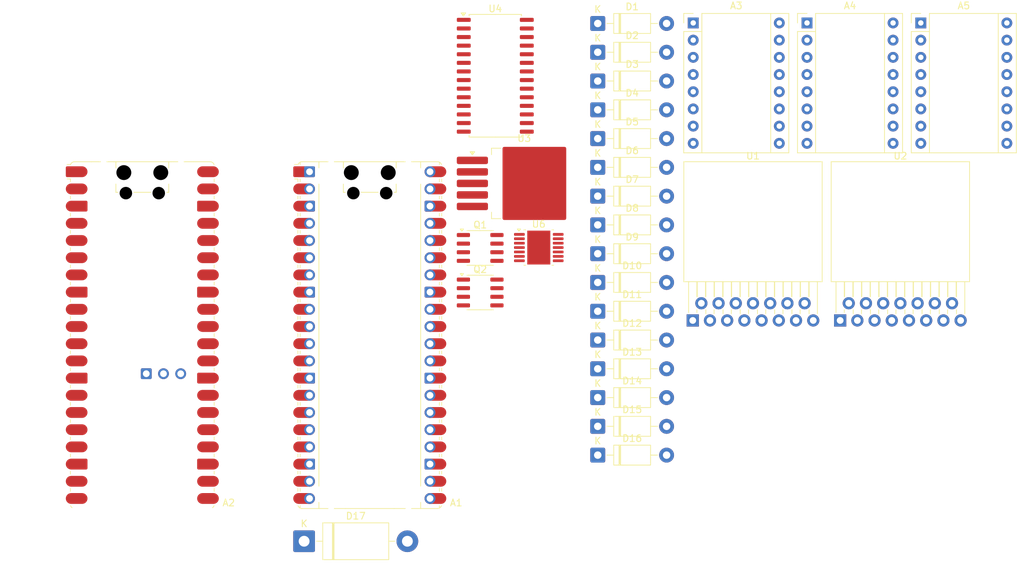
<source format=kicad_pcb>
(kicad_pcb (version 20241229) (generator "pcbnew") (generator_version "9.0")
  (layers (0 "F.Cu" signal) (2 "B.Cu" signal) (13 "F.Paste" user) (15 "B.Paste" user) (5 "F.SilkS" user "F.Silkscreen") (7 "B.SilkS" user "B.Silkscreen") (1 "F.Mask" user) (3 "B.Mask" user) (25 "Edge.Cuts" user))
  (net 0 "")
  (net 2 "Servo 2 PWM")
  (net 3 "Servo 4 PWM")
  (net 4 "Motor 1 Activation Pin")
  (net 5 "GNDPWR")
  (net 6 "Servo 3 PWM")
  (net 8 "I2C 0 SDA")
  (net 9 "I2C 0 SCL")
  (net 11 "Motor 3 Activation Pin")
  (net 13 "Motor 4 Activation Pin")
  (net 16 "Servo 1 PWM")
  (net 27 "Motor 2 Activation Pin")
  (net 32 "Servo 5 PWM")
  (net 33 "Servo 6 PWM")
  (net 34 "+5VL")
  (net 42 "I2C 1 SCL")
  (net 45 "I2C 1 SDA")
  (net 66 "Net-(A3-1A)")
  (net 70 "Stepper 0 Sleep")
  (net 72 "Stepper 0 Step")
  (net 73 "Net-(A3-2B)")
  (net 74 "+12V")
  (net 75 "Net-(A3-2A)")
  (net 76 "Net-(A3-1B)")
  (net 77 "Steppers Dir")
  (net 78 "Net-(A4-2A)")
  (net 79 "Net-(A4-2B)")
  (net 82 "Net-(A4-1B)")
  (net 84 "Stepper 1 Step")
  (net 85 "Stepper 1 Sleep")
  (net 87 "Net-(A4-1A)")
  (net 88 "Stepper 2 Step")
  (net 89 "Net-(A5-1B)")
  (net 90 "Net-(A5-1A)")
  (net 91 "Net-(A5-2B)")
  (net 93 "Stepper 2 Sleep")
  (net 95 "Net-(A5-2A)")
  (net 98 "Net-(D1-A)")
  (net 99 "Net-(D2-A)")
  (net 100 "Net-(D3-A)")
  (net 101 "Net-(D4-A)")
  (net 102 "Net-(D13-K)")
  (net 103 "Net-(D10-A)")
  (net 104 "Net-(D11-A)")
  (net 105 "Net-(D12-A)")
  (net 106 "Net-(D17-K)")
  (net 107 "Net-(U6-SW)")
  (net 108 "Net-(Q1-G)")
  (net 109 "Net-(Q2-G)")
  (net 110 "Motor 1 Direction Pin 2")
  (net 111 "Motor 2 Direction Pin 1")
  (net 112 "Motor 2 Direction Pin 2")
  (net 113 "Motor 1 Direction Pin 1")
  (net 114 "Motor 4 Direction Pin 1")
  (net 115 "Motor 3 Direction Pin 2")
  (net 116 "Motor 3 Direction Pin 1")
  (net 117 "Motor 4 Direction Pin 2")
  (net 122 "Net-(U6-ILIM)")
  (net 123 "Net-(U6-BST)")
  (net 124 "Net-(U6-RON)")
  (net 125 "Net-(U6-SS)")
  (net 126 "Net-(U6-FB)")
  (net 127 "Net-(U6-VCC)")
  (footprint "Diode_THT:D_DO-41_SOD81_P10.16mm_Horizontal" (layer "F.Cu") (at 128.45 64.39)
    (property "Reference" "D6" (at 5.08 -2.47 0) (layer "F.SilkS"))
    (property "Value" "1N4007")
    (fp_text user "K" (at 0 -2.1 0) (layer "F.SilkS"))
    (pad "1" thru_hole roundrect (at 0 0) (size 2.2 2.2) (drill 1.1) (layers "*.Cu" "*.Mask") (roundrect_rratio 0.113636) (net 99 "Net-(D2-A)"))
    (pad "2" thru_hole circle (at 10.16 0) (size 2.2 2.2) (drill 1.1) (layers "*.Cu" "*.Mask") (net 5 "GNDPWR"))
  )
  (footprint "Diode_THT:D_DO-41_SOD81_P10.16mm_Horizontal" (layer "F.Cu") (at 128.45 55.89)
    (property "Reference" "D4" (at 5.08 -2.47 0) (layer "F.SilkS"))
    (property "Value" "1N4007")
    (fp_text user "K" (at 0 -2.1 0) (layer "F.SilkS"))
    (pad "1" thru_hole roundrect (at 0 0) (size 2.2 2.2) (drill 1.1) (layers "*.Cu" "*.Mask") (roundrect_rratio 0.113636) (net 74 "+12V"))
    (pad "2" thru_hole circle (at 10.16 0) (size 2.2 2.2) (drill 1.1) (layers "*.Cu" "*.Mask") (net 101 "Net-(D4-A)"))
  )
  (footprint "Diode_THT:D_DO-41_SOD81_P10.16mm_Horizontal" (layer "F.Cu") (at 128.45 68.64)
    (property "Reference" "D7" (at 5.08 -2.47 0) (layer "F.SilkS"))
    (property "Value" "1N4007")
    (fp_text user "K" (at 0 -2.1 0) (layer "F.SilkS"))
    (pad "1" thru_hole roundrect (at 0 0) (size 2.2 2.2) (drill 1.1) (layers "*.Cu" "*.Mask") (roundrect_rratio 0.113636) (net 100 "Net-(D3-A)"))
    (pad "2" thru_hole circle (at 10.16 0) (size 2.2 2.2) (drill 1.1) (layers "*.Cu" "*.Mask") (net 5 "GNDPWR"))
  )
  (footprint "Diode_THT:D_DO-41_SOD81_P10.16mm_Horizontal" (layer "F.Cu") (at 128.45 43.14)
    (property "Reference" "D1" (at 5.08 -2.47 0) (layer "F.SilkS"))
    (property "Value" "1N4007")
    (fp_text user "K" (at 0 -2.1 0) (layer "F.SilkS"))
    (pad "1" thru_hole roundrect (at 0 0) (size 2.2 2.2) (drill 1.1) (layers "*.Cu" "*.Mask") (roundrect_rratio 0.113636) (net 74 "+12V"))
    (pad "2" thru_hole circle (at 10.16 0) (size 2.2 2.2) (drill 1.1) (layers "*.Cu" "*.Mask") (net 98 "Net-(D1-A)"))
  )
  (footprint "Diode_THT:D_DO-41_SOD81_P10.16mm_Horizontal" (layer "F.Cu") (at 128.45 77.14)
    (property "Reference" "D9" (at 5.08 -2.47 0) (layer "F.SilkS"))
    (property "Value" "1N4007")
    (fp_text user "K" (at 0 -2.1 0) (layer "F.SilkS"))
    (pad "1" thru_hole roundrect (at 0 0) (size 2.2 2.2) (drill 1.1) (layers "*.Cu" "*.Mask") (roundrect_rratio 0.113636) (net 74 "+12V"))
    (pad "2" thru_hole circle (at 10.16 0) (size 2.2 2.2) (drill 1.1) (layers "*.Cu" "*.Mask") (net 102 "Net-(D13-K)"))
  )
  (footprint "Diode_THT:D_DO-41_SOD81_P10.16mm_Horizontal" (layer "F.Cu") (at 128.45 47.39)
    (property "Reference" "D2" (at 5.08 -2.47 0) (layer "F.SilkS"))
    (property "Value" "1N4007")
    (fp_text user "K" (at 0 -2.1 0) (layer "F.SilkS"))
    (pad "1" thru_hole roundrect (at 0 0) (size 2.2 2.2) (drill 1.1) (layers "*.Cu" "*.Mask") (roundrect_rratio 0.113636) (net 74 "+12V"))
    (pad "2" thru_hole circle (at 10.16 0) (size 2.2 2.2) (drill 1.1) (layers "*.Cu" "*.Mask") (net 99 "Net-(D2-A)"))
  )
  (footprint "Package_SO:SOIC-28W_7.5x17.9mm_P1.27mm" (layer "F.Cu") (at 113.33 50.86)
    (property "Reference" "U4" (at 0 -9.9 0) (layer "F.SilkS"))
    (property "Value" "MCP23017_SO")
    (pad "1" smd roundrect (at -4.65 -8.255) (size 2.05 0.6) (layers "F.Cu" "F.Mask" "F.Paste") (net 113 "Motor 1 Direction Pin 1"))
    (pad "2" smd roundrect (at -4.65 -6.985) (size 2.05 0.6) (layers "F.Cu" "F.Mask" "F.Paste") (net 110 "Motor 1 Direction Pin 2"))
    (pad "3" smd roundrect (at -4.65 -5.715) (size 2.05 0.6) (layers "F.Cu" "F.Mask" "F.Paste") (net 111 "Motor 2 Direction Pin 1"))
    (pad "4" smd roundrect (at -4.65 -4.445) (size 2.05 0.6) (layers "F.Cu" "F.Mask" "F.Paste") (net 112 "Motor 2 Direction Pin 2"))
    (pad "5" smd roundrect (at -4.65 -3.175) (size 2.05 0.6) (layers "F.Cu" "F.Mask" "F.Paste") (net 116 "Motor 3 Direction Pin 1"))
    (pad "6" smd roundrect (at -4.65 -1.905) (size 2.05 0.6) (layers "F.Cu" "F.Mask" "F.Paste") (net 115 "Motor 3 Direction Pin 2"))
    (pad "7" smd roundrect (at -4.65 -0.635) (size 2.05 0.6) (layers "F.Cu" "F.Mask" "F.Paste") (net 114 "Motor 4 Direction Pin 1"))
    (pad "8" smd roundrect (at -4.65 0.635) (size 2.05 0.6) (layers "F.Cu" "F.Mask" "F.Paste") (net 117 "Motor 4 Direction Pin 2"))
    (pad "9" smd roundrect (at -4.65 1.905) (size 2.05 0.6) (layers "F.Cu" "F.Mask" "F.Paste") (net 34 "+5VL"))
    (pad "10" smd roundrect (at -4.65 3.175) (size 2.05 0.6) (layers "F.Cu" "F.Mask" "F.Paste") (net 5 "GNDPWR"))
    (pad "11" smd roundrect (at -4.65 4.445) (size 2.05 0.6) (layers "F.Cu" "F.Mask" "F.Paste"))
    (pad "12" smd roundrect (at -4.65 5.715) (size 2.05 0.6) (layers "F.Cu" "F.Mask" "F.Paste") (net 9 "I2C 0 SCL"))
    (pad "13" smd roundrect (at -4.65 6.985) (size 2.05 0.6) (layers "F.Cu" "F.Mask" "F.Paste") (net 8 "I2C 0 SDA"))
    (pad "14" smd roundrect (at -4.65 8.255) (size 2.05 0.6) (layers "F.Cu" "F.Mask" "F.Paste"))
    (pad "15" smd roundrect (at 4.65 8.255) (size 2.05 0.6) (layers "F.Cu" "F.Mask" "F.Paste") (net 5 "GNDPWR"))
    (pad "16" smd roundrect (at 4.65 6.985) (size 2.05 0.6) (layers "F.Cu" "F.Mask" "F.Paste") (net 5 "GNDPWR"))
    (pad "17" smd roundrect (at 4.65 5.715) (size 2.05 0.6) (layers "F.Cu" "F.Mask" "F.Paste") (net 5 "GNDPWR"))
    (pad "18" smd roundrect (at 4.65 4.445) (size 2.05 0.6) (layers "F.Cu" "F.Mask" "F.Paste") (net 34 "+5VL"))
    (pad "19" smd roundrect (at 4.65 3.175) (size 2.05 0.6) (layers "F.Cu" "F.Mask" "F.Paste"))
    (pad "20" smd roundrect (at 4.65 1.905) (size 2.05 0.6) (layers "F.Cu" "F.Mask" "F.Paste"))
    (pad "21" smd roundrect (at 4.65 0.635) (size 2.05 0.6) (layers "F.Cu" "F.Mask" "F.Paste") (net 77 "Steppers Dir"))
    (pad "22" smd roundrect (at 4.65 -0.635) (size 2.05 0.6) (layers "F.Cu" "F.Mask" "F.Paste") (net 70 "Stepper 0 Sleep"))
    (pad "23" smd roundrect (at 4.65 -1.905) (size 2.05 0.6) (layers "F.Cu" "F.Mask" "F.Paste") (net 72 "Stepper 0 Step"))
    (pad "24" smd roundrect (at 4.65 -3.175) (size 2.05 0.6) (layers "F.Cu" "F.Mask" "F.Paste") (net 85 "Stepper 1 Sleep"))
    (pad "25" smd roundrect (at 4.65 -4.445) (size 2.05 0.6) (layers "F.Cu" "F.Mask" "F.Paste") (net 84 "Stepper 1 Step"))
    (pad "26" smd roundrect (at 4.65 -5.715) (size 2.05 0.6) (layers "F.Cu" "F.Mask" "F.Paste") (net 93 "Stepper 2 Sleep"))
    (pad "27" smd roundrect (at 4.65 -6.985) (size 2.05 0.6) (layers "F.Cu" "F.Mask" "F.Paste") (net 88 "Stepper 2 Step"))
    (pad "28" smd roundrect (at 4.65 -8.255) (size 2.05 0.6) (layers "F.Cu" "F.Mask" "F.Paste"))
  )
  (footprint "Module:Pololu_Breakout-16_15.2x20.3mm" (layer "F.Cu") (at 142.54 43.06)
    (property "Reference" "A3" (at 6.35 -2.54 0) (layer "F.SilkS"))
    (property "Value" "Pololu_Breakout_A4988")
    (pad "1" thru_hole rect (at 0 0) (size 1.6 1.6) (drill 0.8) (layers "*.Cu" "*.Mask") (net 5 "GNDPWR"))
    (pad "2" thru_hole oval (at 0 2.54) (size 1.6 1.6) (drill 0.8) (layers "*.Cu" "*.Mask") (net 34 "+5VL"))
    (pad "3" thru_hole oval (at 0 5.08) (size 1.6 1.6) (drill 0.8) (layers "*.Cu" "*.Mask") (net 76 "Net-(A3-1B)"))
    (pad "4" thru_hole oval (at 0 7.62) (size 1.6 1.6) (drill 0.8) (layers "*.Cu" "*.Mask") (net 66 "Net-(A3-1A)"))
    (pad "5" thru_hole oval (at 0 10.16) (size 1.6 1.6) (drill 0.8) (layers "*.Cu" "*.Mask") (net 75 "Net-(A3-2A)"))
    (pad "6" thru_hole oval (at 0 12.7) (size 1.6 1.6) (drill 0.8) (layers "*.Cu" "*.Mask") (net 73 "Net-(A3-2B)"))
    (pad "7" thru_hole oval (at 0 15.24) (size 1.6 1.6) (drill 0.8) (layers "*.Cu" "*.Mask") (net 5 "GNDPWR"))
    (pad "8" thru_hole oval (at 0 17.78) (size 1.6 1.6) (drill 0.8) (layers "*.Cu" "*.Mask") (net 74 "+12V"))
    (pad "9" thru_hole oval (at 12.7 17.78) (size 1.6 1.6) (drill 0.8) (layers "*.Cu" "*.Mask"))
    (pad "10" thru_hole oval (at 12.7 15.24) (size 1.6 1.6) (drill 0.8) (layers "*.Cu" "*.Mask"))
    (pad "11" thru_hole oval (at 12.7 12.7) (size 1.6 1.6) (drill 0.8) (layers "*.Cu" "*.Mask"))
    (pad "12" thru_hole oval (at 12.7 10.16) (size 1.6 1.6) (drill 0.8) (layers "*.Cu" "*.Mask"))
    (pad "13" thru_hole oval (at 12.7 7.62) (size 1.6 1.6) (drill 0.8) (layers "*.Cu" "*.Mask") (net 34 "+5VL"))
    (pad "14" thru_hole oval (at 12.7 5.08) (size 1.6 1.6) (drill 0.8) (layers "*.Cu" "*.Mask") (net 70 "Stepper 0 Sleep"))
    (pad "15" thru_hole oval (at 12.7 2.54) (size 1.6 1.6) (drill 0.8) (layers "*.Cu" "*.Mask") (net 72 "Stepper 0 Step"))
    (pad "16" thru_hole oval (at 12.7 0) (size 1.6 1.6) (drill 0.8) (layers "*.Cu" "*.Mask") (net 77 "Steppers Dir"))
  )
  (footprint "Package_SO:SOIC-8_3.9x4.9mm_P1.27mm" (layer "F.Cu") (at 111.1 76.29)
    (property "Reference" "Q1" (at 0 -3.4 0) (layer "F.SilkS"))
    (property "Value" "IRF8714PBF")
    (pad "1" smd roundrect (at -2.475 -1.905) (size 1.95 0.6) (layers "F.Cu" "F.Mask" "F.Paste") (net 107 "Net-(U6-SW)"))
    (pad "2" smd roundrect (at -2.475 -0.635) (size 1.95 0.6) (layers "F.Cu" "F.Mask" "F.Paste") (net 107 "Net-(U6-SW)"))
    (pad "3" smd roundrect (at -2.475 0.635) (size 1.95 0.6) (layers "F.Cu" "F.Mask" "F.Paste") (net 107 "Net-(U6-SW)"))
    (pad "4" smd roundrect (at -2.475 1.905) (size 1.95 0.6) (layers "F.Cu" "F.Mask" "F.Paste") (net 108 "Net-(Q1-G)"))
    (pad "5" smd roundrect (at 2.475 1.905) (size 1.95 0.6) (layers "F.Cu" "F.Mask" "F.Paste") (net 74 "+12V"))
    (pad "6" smd roundrect (at 2.475 0.635) (size 1.95 0.6) (layers "F.Cu" "F.Mask" "F.Paste") (net 74 "+12V"))
    (pad "7" smd roundrect (at 2.475 -0.635) (size 1.95 0.6) (layers "F.Cu" "F.Mask" "F.Paste") (net 74 "+12V"))
    (pad "8" smd roundrect (at 2.475 -1.905) (size 1.95 0.6) (layers "F.Cu" "F.Mask" "F.Paste") (net 74 "+12V"))
  )
  (footprint "Package_TO_SOT_THT:TO-220-15_P2.54x2.54mm_StaggerOdd_Lead5.84mm_TabDown" (layer "F.Cu") (at 164.22 87)
    (property "Reference" "U2" (at 8.89 -24.29 0) (layer "F.SilkS"))
    (property "Value" "L298HN")
    (pad "" np_thru_hole circle (at 8.89 -20.54) (size 3.5 3.5) (drill 3.5) (layers "*.Cu" "*.Mask"))
    (pad "1" thru_hole rect (at 0 0) (size 1.8 1.8) (drill 1) (layers "*.Cu" "*.Mask") (net 5 "GNDPWR"))
    (pad "2" thru_hole circle (at 1.27 -2.54) (size 1.8 1.8) (drill 1) (layers "*.Cu" "*.Mask") (net 105 "Net-(D12-A)"))
    (pad "3" thru_hole circle (at 2.54 0) (size 1.8 1.8) (drill 1) (layers "*.Cu" "*.Mask") (net 104 "Net-(D11-A)"))
    (pad "4" thru_hole circle (at 3.81 -2.54) (size 1.8 1.8) (drill 1) (layers "*.Cu" "*.Mask") (net 74 "+12V"))
    (pad "5" thru_hole circle (at 5.08 0) (size 1.8 1.8) (drill 1) (layers "*.Cu" "*.Mask") (net 116 "Motor 3 Direction Pin 1"))
    (pad "6" thru_hole circle (at 6.35 -2.54) (size 1.8 1.8) (drill 1) (layers "*.Cu" "*.Mask") (net 11 "Motor 3 Activation Pin"))
    (pad "7" thru_hole circle (at 7.62 0) (size 1.8 1.8) (drill 1) (layers "*.Cu" "*.Mask") (net 115 "Motor 3 Direction Pin 2"))
    (pad "8" thru_hole circle (at 8.89 -2.54) (size 1.8 1.8) (drill 1) (layers "*.Cu" "*.Mask") (net 5 "GNDPWR"))
    (pad "9" thru_hole circle (at 10.16 0) (size 1.8 1.8) (drill 1) (layers "*.Cu" "*.Mask") (net 34 "+5VL"))
    (pad "10" thru_hole circle (at 11.43 -2.54) (size 1.8 1.8) (drill 1) (layers "*.Cu" "*.Mask") (net 114 "Motor 4 Direction Pin 1"))
    (pad "11" thru_hole circle (at 12.7 0) (size 1.8 1.8) (drill 1) (layers "*.Cu" "*.Mask") (net 13 "Motor 4 Activation Pin"))
    (pad "12" thru_hole circle (at 13.97 -2.54) (size 1.8 1.8) (drill 1) (layers "*.Cu" "*.Mask") (net 117 "Motor 4 Direction Pin 2"))
    (pad "13" thru_hole circle (at 15.24 0) (size 1.8 1.8) (drill 1) (layers "*.Cu" "*.Mask") (net 103 "Net-(D10-A)"))
    (pad "14" thru_hole circle (at 16.51 -2.54) (size 1.8 1.8) (drill 1) (layers "*.Cu" "*.Mask") (net 102 "Net-(D13-K)"))
    (pad "15" thru_hole circle (at 17.78 0) (size 1.8 1.8) (drill 1) (layers "*.Cu" "*.Mask") (net 5 "GNDPWR"))
  )
  (footprint "Diode_THT:D_DO-201AD_P15.24mm_Horizontal" (layer "F.Cu") (at 85.12 119.61)
    (property "Reference" "D17" (at 7.62 -3.72 0) (layer "F.SilkS"))
    (property "Value" "1N5824")
    (fp_text user "K" (at 0 -2.6 0) (layer "F.SilkS"))
    (pad "1" thru_hole roundrect (at 0 0) (size 3.2 3.2) (drill 1.6) (layers "*.Cu" "*.Mask") (roundrect_rratio 0.078125) (net 106 "Net-(D17-K)"))
    (pad "2" thru_hole circle (at 15.24 0) (size 3.2 3.2) (drill 1.6) (layers "*.Cu" "*.Mask") (net 5 "GNDPWR"))
  )
  (footprint "Diode_THT:D_DO-41_SOD81_P10.16mm_Horizontal" (layer "F.Cu") (at 128.45 89.89)
    (property "Reference" "D12" (at 5.08 -2.47 0) (layer "F.SilkS"))
    (property "Value" "1N4007")
    (fp_text user "K" (at 0 -2.1 0) (layer "F.SilkS"))
    (pad "1" thru_hole roundrect (at 0 0) (size 2.2 2.2) (drill 1.1) (layers "*.Cu" "*.Mask") (roundrect_rratio 0.113636) (net 74 "+12V"))
    (pad "2" thru_hole circle (at 10.16 0) (size 2.2 2.2) (drill 1.1) (layers "*.Cu" "*.Mask") (net 105 "Net-(D12-A)"))
  )
  (footprint "Module:RaspberryPi_Pico_Common_Unspecified" (layer "F.Cu") (at 94.81 89.165)
    (property "Reference" "A1" (at 11.7475 24.765 0) (layer "F.SilkS") (effects (justify left)))
    (property "Value" "RaspberryPi_Pico")
    (pad "" np_thru_hole circle (at -2.725 -24) (size 2.2 2.2) (drill 2.2) (layers "*.Mask"))
    (pad "" np_thru_hole circle (at -2.425 -20.97) (size 1.85 1.85) (drill 1.85) (layers "*.Mask"))
    (pad "" np_thru_hole circle (at 2.425 -20.97) (size 1.85 1.85) (drill 1.85) (layers "*.Mask"))
    (pad "" np_thru_hole circle (at 2.725 -24) (size 2.2 2.2) (drill 2.2) (layers "*.Mask"))
    (pad "1" smd custom (at -9.69 -24.13) (size 1.6 0.8) (layers "F.Cu" "F.Mask") (net 4 "Motor 1 Activation Pin") (options (clearance outline) (anchor rect)) (primitives (gr_circle (center 0.8 0) (end 1.6 0) (width 0) (fill yes)) (gr_poly (pts (xy -1.6 -0.6) (xy -1.6 0.6) (xy -1.4 0.8) (xy 0.8 0.8) (xy 0.8 -0.8) (xy -1.4 -0.8)) (width 0) (fill yes)) (gr_circle (center -1.4 -0.6) (end -1.2 -0.6) (width 0) (fill yes)) (gr_circle (center -1.4 0.6) (end -1.2 0.6) (width 0) (fill yes))))
    (pad "1" thru_hole roundrect (at -8.89 -24.13) (size 1.6 1.6) (drill 1) (layers "*.Cu" "*.Mask") (roundrect_rratio 0.125) (net 4 "Motor 1 Activation Pin"))
    (pad "2" smd roundrect (at -9.69 -21.59) (size 3.2 1.6) (layers "F.Cu" "F.Mask") (roundrect_rratio 0.5) (net 27 "Motor 2 Activation Pin"))
    (pad "2" thru_hole circle (at -8.89 -21.59) (size 1.6 1.6) (drill 1) (layers "*.Cu" "*.Mask") (net 27 "Motor 2 Activation Pin"))
    (pad "3" smd custom (at -9.69 -19.05) (size 1.6 0.8) (layers "F.Cu" "F.Mask") (net 5 "GNDPWR") (options (clearance outline) (anchor rect)) (primitives (gr_circle (center -0.8 0) (end 0 0) (width 0) (fill yes)) (gr_poly (pts (xy 1.6 -0.6) (xy 1.6 0.6) (xy 1.4 0.8) (xy -0.8 0.8) (xy -0.8 -0.8) (xy 1.4 -0.8)) (width 0) (fill yes)) (gr_circle (center 1.4 -0.6) (end 1.6 -0.6) (width 0) (fill yes)) (gr_circle (center 1.4 0.6) (end 1.6 0.6) (width 0) (fill yes))))
    (pad "3" thru_hole custom (at -8.89 -19.05) (size 1.6 1.6) (drill 1) (layers "*.Cu" "*.Mask") (net 5 "GNDPWR") (options (clearance outline) (anchor circle)) (primitives (gr_poly (pts (xy 0.8 0.6) (xy 0.8 -0.6) (xy 0.6 -0.8) (xy 0 -0.8) (xy 0 0.8) (xy 0.6 0.8)) (width 0) (fill yes)) (gr_circle (center 0.6 0.6) (end 0.8 0.6) (width 0) (fill yes)) (gr_circle (center 0.6 -0.6) (end 0.8 -0.6) (width 0) (fill yes))))
    (pad "4" smd roundrect (at -9.69 -16.51) (size 3.2 1.6) (layers "F.Cu" "F.Mask") (roundrect_rratio 0.5) (net 11 "Motor 3 Activation Pin"))
    (pad "4" thru_hole circle (at -8.89 -16.51) (size 1.6 1.6) (drill 1) (layers "*.Cu" "*.Mask") (net 11 "Motor 3 Activation Pin"))
    (pad "5" smd roundrect (at -9.69 -13.97) (size 3.2 1.6) (layers "F.Cu" "F.Mask") (roundrect_rratio 0.5) (net 13 "Motor 4 Activation Pin"))
    (pad "5" thru_hole circle (at -8.89 -13.97) (size 1.6 1.6) (drill 1) (layers "*.Cu" "*.Mask") (net 13 "Motor 4 Activation Pin"))
    (pad "6" smd roundrect (at -9.69 -11.43) (size 3.2 1.6) (layers "F.Cu" "F.Mask") (roundrect_rratio 0.5) (net 16 "Servo 1 PWM"))
    (pad "6" thru_hole circle (at -8.89 -11.43) (size 1.6 1.6) (drill 1) (layers "*.Cu" "*.Mask") (net 16 "Servo 1 PWM"))
    (pad "7" smd roundrect (at -9.69 -8.89) (size 3.2 1.6) (layers "F.Cu" "F.Mask") (roundrect_rratio 0.5) (net 2 "Servo 2 PWM"))
    (pad "7" thru_hole circle (at -8.89 -8.89) (size 1.6 1.6) (drill 1) (layers "*.Cu" "*.Mask") (net 2 "Servo 2 PWM"))
    (pad "8" smd custom (at -9.69 -6.35) (size 1.6 0.8) (layers "F.Cu" "F.Mask") (net 5 "GNDPWR") (options (clearance outline) (anchor rect)) (primitives (gr_circle (center -0.8 0) (end 0 0) (width 0) (fill yes)) (gr_poly (pts (xy 1.6 -0.6) (xy 1.6 0.6) (xy 1.4 0.8) (xy -0.8 0.8) (xy -0.8 -0.8) (xy 1.4 -0.8)) (width 0) (fill yes)) (gr_circle (center 1.4 -0.6) (end 1.6 -0.6) (width 0) (fill yes)) (gr_circle (center 1.4 0.6) (end 1.6 0.6) (width 0) (fill yes))))
    (pad "8" thru_hole custom (at -8.89 -6.35) (size 1.6 1.6) (drill 1) (layers "*.Cu" "*.Mask") (net 5 "GNDPWR") (options (clearance outline) (anchor circle)) (primitives (gr_poly (pts (xy 0.8 0.6) (xy 0.8 -0.6) (xy 0.6 -0.8) (xy 0 -0.8) (xy 0 0.8) (xy 0.6 0.8)) (width 0) (fill yes)) (gr_circle (center 0.6 0.6) (end 0.8 0.6) (width 0) (fill yes)) (gr_circle (center 0.6 -0.6) (end 0.8 -0.6) (width 0) (fill yes))))
    (pad "9" smd roundrect (at -9.69 -3.81) (size 3.2 1.6) (layers "F.Cu" "F.Mask") (roundrect_rratio 0.5) (net 6 "Servo 3 PWM"))
    (pad "9" thru_hole circle (at -8.89 -3.81) (size 1.6 1.6) (drill 1) (layers "*.Cu" "*.Mask") (net 6 "Servo 3 PWM"))
    (pad "10" smd roundrect (at -9.69 -1.27) (size 3.2 1.6) (layers "F.Cu" "F.Mask") (roundrect_rratio 0.5) (net 3 "Servo 4 PWM"))
    (pad "10" thru_hole circle (at -8.89 -1.27) (size 1.6 1.6) (drill 1) (layers "*.Cu" "*.Mask") (net 3 "Servo 4 PWM"))
    (pad "11" smd roundrect (at -9.69 1.27) (size 3.2 1.6) (layers "F.Cu" "F.Mask") (roundrect_rratio 0.5) (net 32 "Servo 5 PWM"))
    (pad "11" thru_hole circle (at -8.89 1.27) (size 1.6 1.6) (drill 1) (layers "*.Cu" "*.Mask") (net 32 "Servo 5 PWM"))
    (pad "12" smd roundrect (at -9.69 3.81) (size 3.2 1.6) (layers "F.Cu" "F.Mask") (roundrect_rratio 0.5) (net 33 "Servo 6 PWM"))
    (pad "12" thru_hole circle (at -8.89 3.81) (size 1.6 1.6) (drill 1) (layers "*.Cu" "*.Mask") (net 33 "Servo 6 PWM"))
    (pad "13" smd custom (at -9.69 6.35) (size 1.6 0.8) (layers "F.Cu" "F.Mask") (net 5 "GNDPWR") (options (clearance outline) (anchor rect)) (primitives (gr_circle (center -0.8 0) (end 0 0) (width 0) (fill yes)) (gr_poly (pts (xy 1.6 -0.6) (xy 1.6 0.6) (xy 1.4 0.8) (xy -0.8 0.8) (xy -0.8 -0.8) (xy 1.4 -0.8)) (width 0) (fill yes)) (gr_circle (center 1.4 -0.6) (end 1.6 -0.6) (width 0) (fill yes)) (gr_circle (center 1.4 0.6) (end 1.6 0.6) (width 0) (fill yes))))
    (pad "13" thru_hole custom (at -8.89 6.35) (size 1.6 1.6) (drill 1) (layers "*.Cu" "*.Mask") (net 5 "GNDPWR") (options (clearance outline) (anchor circle)) (primitives (gr_poly (pts (xy 0.8 0.6) (xy 0.8 -0.6) (xy 0.6 -0.8) (xy 0 -0.8) (xy 0 0.8) (xy 0.6 0.8)) (width 0) (fill yes)) (gr_circle (center 0.6 0.6) (end 0.8 0.6) (width 0) (fill yes)) (gr_circle (center 0.6 -0.6) (end 0.8 -0.6) (width 0) (fill yes))))
    (pad "14" smd roundrect (at -9.69 8.89) (size 3.2 1.6) (layers "F.Cu" "F.Mask") (roundrect_rratio 0.5))
    (pad "14" thru_hole circle (at -8.89 8.89) (size 1.6 1.6) (drill 1) (layers "*.Cu" "*.Mask"))
    (pad "15" smd roundrect (at -9.69 11.43) (size 3.2 1.6) (layers "F.Cu" "F.Mask") (roundrect_rratio 0.5))
    (pad "15" thru_hole circle (at -8.89 11.43) (size 1.6 1.6) (drill 1) (layers "*.Cu" "*.Mask"))
    (pad "16" smd roundrect (at -9.69 13.97) (size 3.2 1.6) (layers "F.Cu" "F.Mask") (roundrect_rratio 0.5))
    (pad "16" thru_hole circle (at -8.89 13.97) (size 1.6 1.6) (drill 1) (layers "*.Cu" "*.Mask"))
    (pad "17" smd roundrect (at -9.69 16.51) (size 3.2 1.6) (layers "F.Cu" "F.Mask") (roundrect_rratio 0.5))
    (pad "17" thru_hole circle (at -8.89 16.51) (size 1.6 1.6) (drill 1) (layers "*.Cu" "*.Mask"))
    (pad "18" smd custom (at -9.69 19.05) (size 1.6 0.8) (layers "F.Cu" "F.Mask") (net 5 "GNDPWR") (options (clearance outline) (anchor rect)) (primitives (gr_circle (center -0.8 0) (end 0 0) (width 0) (fill yes)) (gr_poly (pts (xy 1.6 -0.6) (xy 1.6 0.6) (xy 1.4 0.8) (xy -0.8 0.8) (xy -0.8 -0.8) (xy 1.4 -0.8)) (width 0) (fill yes)) (gr_circle (center 1.4 -0.6) (end 1.6 -0.6) (width 0) (fill yes)) (gr_circle (center 1.4 0.6) (end 1.6 0.6) (width 0) (fill yes))))
    (pad "18" thru_hole custom (at -8.89 19.05) (size 1.6 1.6) (drill 1) (layers "*.Cu" "*.Mask") (net 5 "GNDPWR") (options (clearance outline) (anchor circle)) (primitives (gr_poly (pts (xy 0.8 0.6) (xy 0.8 -0.6) (xy 0.6 -0.8) (xy 0 -0.8) (xy 0 0.8) (xy 0.6 0.8)) (width 0) (fill yes)) (gr_circle (center 0.6 0.6) (end 0.8 0.6) (width 0) (fill yes)) (gr_circle (center 0.6 -0.6) (end 0.8 -0.6) (width 0) (fill yes))))
    (pad "19" smd roundrect (at -9.69 21.59) (size 3.2 1.6) (layers "F.Cu" "F.Mask") (roundrect_rratio 0.5))
    (pad "19" thru_hole circle (at -8.89 21.59) (size 1.6 1.6) (drill 1) (layers "*.Cu" "*.Mask"))
    (pad "20" smd roundrect (at -9.69 24.13) (size 3.2 1.6) (layers "F.Cu" "F.Mask") (roundrect_rratio 0.5))
    (pad "20" thru_hole circle (at -8.89 24.13) (size 1.6 1.6) (drill 1) (layers "*.Cu" "*.Mask"))
    (pad "21" thru_hole circle (at 8.89 24.13) (size 1.6 1.6) (drill 1) (layers "*.Cu" "*.Mask") (net 8 "I2C 0 SDA"))
    (pad "21" smd roundrect (at 9.69 24.13) (size 3.2 1.6) (layers "F.Cu" "F.Mask") (roundrect_rratio 0.5) (net 8 "I2C 0 SDA"))
    (pad "22" thru_hole circle (at 8.89 21.59) (size 1.6 1.6) (drill 1) (layers "*.Cu" "*.Mask") (net 9 "I2C 0 SCL"))
    (pad "22" smd roundrect (at 9.69 21.59) (size 3.2 1.6) (layers "F.Cu" "F.Mask") (roundrect_rratio 0.5) (net 9 "I2C 0 SCL"))
    (pad "23" thru_hole custom (at 8.89 19.05) (size 1.6 1.6) (drill 1) (layers "*.Cu" "*.Mask") (net 5 "GNDPWR") (options (clearance outline) (anchor circle)) (primitives (gr_poly (pts (xy -0.8 0.6) (xy -0.8 -0.6) (xy -0.6 -0.8) (xy 0 -0.8) (xy 0 0.8) (xy -0.6 0.8)) (width 0) (fill yes)) (gr_circle (center -0.6 0.6) (end -0.4 0.6) (width 0) (fill yes)) (gr_circle (center -0.6 -0.6) (end -0.4 -0.6) (width 0) (fill yes))))
    (pad "23" smd custom (at 9.69 19.05) (size 1.6 0.8) (layers "F.Cu" "F.Mask") (net 5 "GNDPWR") (options (clearance outline) (anchor rect)) (primitives (gr_circle (center 0.8 0) (end 1.6 0) (width 0) (fill yes)) (gr_poly (pts (xy -1.6 -0.6) (xy -1.6 0.6) (xy -1.4 0.8) (xy 0.8 0.8) (xy 0.8 -0.8) (xy -1.4 -0.8)) (width 0) (fill yes)) (gr_circle (center -1.4 -0.6) (end -1.2 -0.6) (width 0) (fill yes)) (gr_circle (center -1.4 0.6) (end -1.2 0.6) (width 0) (fill yes))))
    (pad "24" thru_hole circle (at 8.89 16.51) (size 1.6 1.6) (drill 1) (layers "*.Cu" "*.Mask"))
    (pad "24" smd roundrect (at 9.69 16.51) (size 3.2 1.6) (layers "F.Cu" "F.Mask") (roundrect_rratio 0.5))
    (pad "25" thru_hole circle (at 8.89 13.97) (size 1.6 1.6) (drill 1) (layers "*.Cu" "*.Mask"))
    (pad "25" smd roundrect (at 9.69 13.97) (size 3.2 1.6) (layers "F.Cu" "F.Mask") (roundrect_rratio 0.5))
    (pad "26" thru_hole circle (at 8.89 11.43) (size 1.6 1.6) (drill 1) (layers "*.Cu" "*.Mask"))
    (pad "26" smd roundrect (at 9.69 11.43) (size 3.2 1.6) (layers "F.Cu" "F.Mask") (roundrect_rratio 0.5))
    (pad "27" thru_hole circle (at 8.89 8.89) (size 1.6 1.6) (drill 1) (layers "*.Cu" "*.Mask"))
    (pad "27" smd roundrect (at 9.69 8.89) (size 3.2 1.6) (layers "F.Cu" "F.Mask") (roundrect_rratio 0.5))
    (pad "28" thru_hole custom (at 8.89 6.35) (size 1.6 1.6) (drill 1) (layers "*.Cu" "*.Mask") (net 5 "GNDPWR") (options (clearance outline) (anchor circle)) (primitives (gr_poly (pts (xy -0.8 0.6) (xy -0.8 -0.6) (xy -0.6 -0.8) (xy 0 -0.8) (xy 0 0.8) (xy -0.6 0.8)) (width 0) (fill yes)) (gr_circle (center -0.6 0.6) (end -0.4 0.6) (width 0) (fill yes)) (gr_circle (center -0.6 -0.6) (end -0.4 -0.6) (width 0) (fill yes))))
    (pad "28" smd custom (at 9.69 6.35) (size 1.6 0.8) (layers "F.Cu" "F.Mask") (net 5 "GNDPWR") (options (clearance outline) (anchor rect)) (primitives (gr_circle (center 0.8 0) (end 1.6 0) (width 0) (fill yes)) (gr_poly (pts (xy -1.6 -0.6) (xy -1.6 0.6) (xy -1.4 0.8) (xy 0.8 0.8) (xy 0.8 -0.8) (xy -1.4 -0.8)) (width 0) (fill yes)) (gr_circle (center -1.4 -0.6) (end -1.2 -0.6) (width 0) (fill yes)) (gr_circle (center -1.4 0.6) (end -1.2 0.6) (width 0) (fill yes))))
    (pad "29" thru_hole circle (at 8.89 3.81) (size 1.6 1.6) (drill 1) (layers "*.Cu" "*.Mask"))
    (pad "29" smd roundrect (at 9.69 3.81) (size 3.2 1.6) (layers "F.Cu" "F.Mask") (roundrect_rratio 0.5))
    (pad "30" thru_hole circle (at 8.89 1.27) (size 1.6 1.6) (drill 1) (layers "*.Cu" "*.Mask"))
    (pad "30" smd roundrect (at 9.69 1.27) (size 3.2 1.6) (layers "F.Cu" "F.Mask") (roundrect_rratio 0.5))
    (pad "31" thru_hole circle (at 8.89 -1.27) (size 1.6 1.6) (drill 1) (layers "*.Cu" "*.Mask"))
    (pad "31" smd roundrect (at 9.69 -1.27) (size 3.2 1.6) (layers "F.Cu" "F.Mask") (roundrect_rratio 0.5))
    (pad "32" thru_hole circle (at 8.89 -3.81) (size 1.6 1.6) (drill 1) (layers "*.Cu" "*.Mask"))
    (pad "32" smd roundrect (at 9.69 -3.81) (size 3.2 1.6) (layers "F.Cu" "F.Mask") (roundrect_rratio 0.5))
    (pad "33" thru_hole custom (at 8.89 -6.35) (size 1.6 1.6) (drill 1) (layers "*.Cu" "*.Mask") (options (clearance outline) (anchor circle)) (primitives (gr_poly (pts (xy -0.8 0.6) (xy -0.8 -0.6) (xy -0.6 -0.8) (xy 0 -0.8) (xy 0 0.8) (xy -0.6 0.8)) (width 0) (fill yes)) (gr_circle (center -0.6 0.6) (end -0.4 0.6) (width 0) (fill yes)) (gr_circle (center -0.6 -0.6) (end -0.4 -0.6) (width 0) (fill yes))))
    (pad "33" smd custom (at 9.69 -6.35) (size 1.6 0.8) (layers "F.Cu" "F.Mask") (options (clearance outline) (anchor rect)) (primitives (gr_circle (center 0.8 0) (end 1.6 0) (width 0) (fill yes)) (gr_poly (pts (xy -1.6 -0.6) (xy -1.6 0.6) (xy -1.4 0.8) (xy 0.8 0.8) (xy 0.8 -0.8) (xy -1.4 -0.8)) (width 0) (fill yes)) (gr_circle (center -1.4 -0.6) (end -1.2 -0.6) (width 0) (fill yes)) (gr_circle (center -1.4 0.6) (end -1.2 0.6) (width 0) (fill yes))))
    (pad "34" thru_hole circle (at 8.89 -8.89) (size 1.6 1.6) (drill 1) (layers "*.Cu" "*.Mask"))
    (pad "34" smd roundrect (at 9.69 -8.89) (size 3.2 1.6) (layers "F.Cu" "F.Mask") (roundrect_rratio 0.5))
    (pad "35" thru_hole circle (at 8.89 -11.43) (size 1.6 1.6) (drill 1) (layers "*.Cu" "*.Mask"))
    (pad "35" smd roundrect (at 9.69 -11.43) (size 3.2 1.6) (layers "F.Cu" "F.Mask") (roundrect_rratio 0.5))
    (pad "36" thru_hole circle (at 8.89 -13.97) (size 1.6 1.6) (drill 1) (layers "*.Cu" "*.Mask"))
    (pad "36" smd roundrect (at 9.69 -13.97) (size 3.2 1.6) (layers "F.Cu" "F.Mask") (roundrect_rratio 0.5))
    (pad "37" thru_hole circle (at 8.89 -16.51) (size 1.6 1.6) (drill 1) (layers "*.Cu" "*.Mask"))
    (pad "37" smd roundrect (at 9.69 -16.51) (size 3.2 1.6) (layers "F.Cu" "F.Mask") (roundrect_rratio 0.5))
    (pad "38" thru_hole custom (at 8.89 -19.05) (size 1.6 1.6) (drill 1) (layers "*.Cu" "*.Mask") (net 5 "GNDPWR") (options (clearance outline) (anchor circle)) (primitives (gr_poly (pts (xy -0.8 0.6) (xy -0.8 -0.6) (xy -0.6 -0.8) (xy 0 -0.8) (xy 0 0.8) (xy -0.6 0.8)) (width 0) (fill yes)) (gr_circle (center -0.6 0.6) (end -0.4 0.6) (width 0) (fill yes)) (gr_circle (center -0.6 -0.6) (end -0.4 -0.6) (width 0) (fill yes))))
    (pad "38" smd custom (at 9.69 -19.05) (size 1.6 0.8) (layers "F.Cu" "F.Mask") (net 5 "GNDPWR") (options (clearance outline) (anchor rect)) (primitives (gr_circle (center 0.8 0) (end 1.6 0) (width 0) (fill yes)) (gr_poly (pts (xy -1.6 -0.6) (xy -1.6 0.6) (xy -1.4 0.8) (xy 0.8 0.8) (xy 0.8 -0.8) (xy -1.4 -0.8)) (width 0) (fill yes)) (gr_circle (center -1.4 -0.6) (end -1.2 -0.6) (width 0) (fill yes)) (gr_circle (center -1.4 0.6) (end -1.2 0.6) (width 0) (fill yes))))
    (pad "39" thru_hole circle (at 8.89 -21.59) (size 1.6 1.6) (drill 1) (layers "*.Cu" "*.Mask"))
    (pad "39" smd roundrect (at 9.69 -21.59) (size 3.2 1.6) (layers "F.Cu" "F.Mask") (roundrect_rratio 0.5))
    (pad "40" thru_hole circle (at 8.89 -24.13) (size 1.6 1.6) (drill 1) (layers "*.Cu" "*.Mask") (net 34 "+5VL"))
    (pad "40" smd roundrect (at 9.69 -24.13) (size 3.2 1.6) (layers "F.Cu" "F.Mask") (roundrect_rratio 0.5) (net 34 "+5VL"))
  )
  (footprint "Module:Pololu_Breakout-16_15.2x20.3mm" (layer "F.Cu") (at 159.33 43.06)
    (property "Reference" "A4" (at 6.35 -2.54 0) (layer "F.SilkS"))
    (property "Value" "Pololu_Breakout_A4988")
    (pad "1" thru_hole rect (at 0 0) (size 1.6 1.6) (drill 0.8) (layers "*.Cu" "*.Mask") (net 5 "GNDPWR"))
    (pad "2" thru_hole oval (at 0 2.54) (size 1.6 1.6) (drill 0.8) (layers "*.Cu" "*.Mask") (net 34 "+5VL"))
    (pad "3" thru_hole oval (at 0 5.08) (size 1.6 1.6) (drill 0.8) (layers "*.Cu" "*.Mask") (net 82 "Net-(A4-1B)"))
    (pad "4" thru_hole oval (at 0 7.62) (size 1.6 1.6) (drill 0.8) (layers "*.Cu" "*.Mask") (net 87 "Net-(A4-1A)"))
    (pad "5" thru_hole oval (at 0 10.16) (size 1.6 1.6) (drill 0.8) (layers "*.Cu" "*.Mask") (net 78 "Net-(A4-2A)"))
    (pad "6" thru_hole oval (at 0 12.7) (size 1.6 1.6) (drill 0.8) (layers "*.Cu" "*.Mask") (net 79 "Net-(A4-2B)"))
    (pad "7" thru_hole oval (at 0 15.24) (size 1.6 1.6) (drill 0.8) (layers "*.Cu" "*.Mask") (net 5 "GNDPWR"))
    (pad "8" thru_hole oval (at 0 17.78) (size 1.6 1.6) (drill 0.8) (layers "*.Cu" "*.Mask") (net 74 "+12V"))
    (pad "9" thru_hole oval (at 12.7 17.78) (size 1.6 1.6) (drill 0.8) (layers "*.Cu" "*.Mask"))
    (pad "10" thru_hole oval (at 12.7 15.24) (size 1.6 1.6) (drill 0.8) (layers "*.Cu" "*.Mask"))
    (pad "11" thru_hole oval (at 12.7 12.7) (size 1.6 1.6) (drill 0.8) (layers "*.Cu" "*.Mask"))
    (pad "12" thru_hole oval (at 12.7 10.16) (size 1.6 1.6) (drill 0.8) (layers "*.Cu" "*.Mask"))
    (pad "13" thru_hole oval (at 12.7 7.62) (size 1.6 1.6) (drill 0.8) (layers "*.Cu" "*.Mask") (net 34 "+5VL"))
    (pad "14" thru_hole oval (at 12.7 5.08) (size 1.6 1.6) (drill 0.8) (layers "*.Cu" "*.Mask") (net 85 "Stepper 1 Sleep"))
    (pad "15" thru_hole oval (at 12.7 2.54) (size 1.6 1.6) (drill 0.8) (layers "*.Cu" "*.Mask") (net 84 "Stepper 1 Step"))
    (pad "16" thru_hole oval (at 12.7 0) (size 1.6 1.6) (drill 0.8) (layers "*.Cu" "*.Mask") (net 77 "Steppers Dir"))
  )
  (footprint "Diode_THT:D_DO-41_SOD81_P10.16mm_Horizontal" (layer "F.Cu") (at 128.45 81.39)
    (property "Reference" "D10" (at 5.08 -2.47 0) (layer "F.SilkS"))
    (property "Value" "1N4007")
    (fp_text user "K" (at 0 -2.1 0) (layer "F.SilkS"))
    (pad "1" thru_hole roundrect (at 0 0) (size 2.2 2.2) (drill 1.1) (layers "*.Cu" "*.Mask") (roundrect_rratio 0.113636) (net 74 "+12V"))
    (pad "2" thru_hole circle (at 10.16 0) (size 2.2 2.2) (drill 1.1) (layers "*.Cu" "*.Mask") (net 103 "Net-(D10-A)"))
  )
  (footprint "Diode_THT:D_DO-41_SOD81_P10.16mm_Horizontal" (layer "F.Cu") (at 128.45 72.89)
    (property "Reference" "D8" (at 5.08 -2.47 0) (layer "F.SilkS"))
    (property "Value" "1N4007")
    (fp_text user "K" (at 0 -2.1 0) (layer "F.SilkS"))
    (pad "1" thru_hole roundrect (at 0 0) (size 2.2 2.2) (drill 1.1) (layers "*.Cu" "*.Mask") (roundrect_rratio 0.113636) (net 101 "Net-(D4-A)"))
    (pad "2" thru_hole circle (at 10.16 0) (size 2.2 2.2) (drill 1.1) (layers "*.Cu" "*.Mask") (net 5 "GNDPWR"))
  )
  (footprint "Package_SO:HTSSOP-14-1EP_4.4x5mm_P0.65mm_EP3.4x5mm_Mask3x3.1mm" (layer "F.Cu") (at 119.75 76.235)
    (property "Reference" "U6" (at 0 -3.45 0) (layer "F.SilkS"))
    (property "Value" "LM3150MH")
    (pad "1" smd roundrect (at -2.8625 -1.95) (size 1.575 0.4) (layers "F.Cu" "F.Mask" "F.Paste") (net 127 "Net-(U6-VCC)"))
    (pad "2" smd roundrect (at -2.8625 -1.3) (size 1.575 0.4) (layers "F.Cu" "F.Mask" "F.Paste") (net 74 "+12V"))
    (pad "3" smd roundrect (at -2.8625 -0.65) (size 1.575 0.4) (layers "F.Cu" "F.Mask" "F.Paste"))
    (pad "4" smd roundrect (at -2.8625 0) (size 1.575 0.4) (layers "F.Cu" "F.Mask" "F.Paste") (net 126 "Net-(U6-FB)"))
    (pad "5" smd roundrect (at -2.8625 0.65) (size 1.575 0.4) (layers "F.Cu" "F.Mask" "F.Paste") (net 5 "GNDPWR"))
    (pad "6" smd roundrect (at -2.8625 1.3) (size 1.575 0.4) (layers "F.Cu" "F.Mask" "F.Paste") (net 125 "Net-(U6-SS)"))
    (pad "7" smd roundrect (at -2.8625 1.95) (size 1.575 0.4) (layers "F.Cu" "F.Mask" "F.Paste") (net 124 "Net-(U6-RON)"))
    (pad "8" smd roundrect (at 2.8625 1.95) (size 1.575 0.4) (layers "F.Cu" "F.Mask" "F.Paste") (net 122 "Net-(U6-ILIM)"))
    (pad "9" smd roundrect (at 2.8625 1.3) (size 1.575 0.4) (layers "F.Cu" "F.Mask" "F.Paste") (net 5 "GNDPWR"))
    (pad "10" smd roundrect (at 2.8625 0.65) (size 1.575 0.4) (layers "F.Cu" "F.Mask" "F.Paste") (net 107 "Net-(U6-SW)"))
    (pad "11" smd roundrect (at 2.8625 0) (size 1.575 0.4) (layers "F.Cu" "F.Mask" "F.Paste") (net 108 "Net-(Q1-G)"))
    (pad "12" smd roundrect (at 2.8625 -0.65) (size 1.575 0.4) (layers "F.Cu" "F.Mask" "F.Paste") (net 123 "Net-(U6-BST)"))
    (pad "13" smd roundrect (at 2.8625 -1.3) (size 1.575 0.4) (layers "F.Cu" "F.Mask" "F.Paste") (net 109 "Net-(Q2-G)"))
    (pad "14" smd roundrect (at 2.8625 -1.95) (size 1.575 0.4) (layers "F.Cu" "F.Mask" "F.Paste") (net 5 "GNDPWR"))
    (pad "15" smd rect (at 0 0) (size 3.4 5) (property pad_prop_heatsink) (layers "F.Cu") (net 5 "GNDPWR"))
  )
  (footprint "Diode_THT:D_DO-41_SOD81_P10.16mm_Horizontal" (layer "F.Cu") (at 128.45 106.89)
    (property "Reference" "D16" (at 5.08 -2.47 0) (layer "F.SilkS"))
    (property "Value" "1N4007")
    (fp_text user "K" (at 0 -2.1 0) (layer "F.SilkS"))
    (pad "1" thru_hole roundrect (at 0 0) (size 2.2 2.2) (drill 1.1) (layers "*.Cu" "*.Mask") (roundrect_rratio 0.113636) (net 105 "Net-(D12-A)"))
    (pad "2" thru_hole circle (at 10.16 0) (size 2.2 2.2) (drill 1.1) (layers "*.Cu" "*.Mask") (net 5 "GNDPWR"))
  )
  (footprint "Diode_THT:D_DO-41_SOD81_P10.16mm_Horizontal" (layer "F.Cu") (at 128.45 98.39)
    (property "Reference" "D14" (at 5.08 -2.47 0) (layer "F.SilkS"))
    (property "Value" "1N4007")
    (fp_text user "K" (at 0 -2.1 0) (layer "F.SilkS"))
    (pad "1" thru_hole roundrect (at 0 0) (size 2.2 2.2) (drill 1.1) (layers "*.Cu" "*.Mask") (roundrect_rratio 0.113636) (net 103 "Net-(D10-A)"))
    (pad "2" thru_hole circle (at 10.16 0) (size 2.2 2.2) (drill 1.1) (layers "*.Cu" "*.Mask") (net 5 "GNDPWR"))
  )
  (footprint "Package_TO_SOT_THT:TO-220-15_P2.54x2.54mm_StaggerOdd_Lead5.84mm_TabDown" (layer "F.Cu") (at 142.47 87)
    (property "Reference" "U1" (at 8.89 -24.29 0) (layer "F.SilkS"))
    (property "Value" "L298HN")
    (pad "" np_thru_hole circle (at 8.89 -20.54) (size 3.5 3.5) (drill 3.5) (layers "*.Cu" "*.Mask"))
    (pad "1" thru_hole rect (at 0 0) (size 1.8 1.8) (drill 1) (layers "*.Cu" "*.Mask") (net 5 "GNDPWR"))
    (pad "2" thru_hole circle (at 1.27 -2.54) (size 1.8 1.8) (drill 1) (layers "*.Cu" "*.Mask") (net 101 "Net-(D4-A)"))
    (pad "3" thru_hole circle (at 2.54 0) (size 1.8 1.8) (drill 1) (layers "*.Cu" "*.Mask") (net 100 "Net-(D3-A)"))
    (pad "4" thru_hole circle (at 3.81 -2.54) (size 1.8 1.8) (drill 1) (layers "*.Cu" "*.Mask") (net 74 "+12V"))
    (pad "5" thru_hole circle (at 5.08 0) (size 1.8 1.8) (drill 1) (layers "*.Cu" "*.Mask") (net 113 "Motor 1 Direction Pin 1"))
    (pad "6" thru_hole circle (at 6.35 -2.54) (size 1.8 1.8) (drill 1) (layers "*.Cu" "*.Mask") (net 4 "Motor 1 Activation Pin"))
    (pad "7" thru_hole circle (at 7.62 0) (size 1.8 1.8) (drill 1) (layers "*.Cu" "*.Mask") (net 110 "Motor 1 Direction Pin 2"))
    (pad "8" thru_hole circle (at 8.89 -2.54) (size 1.8 1.8) (drill 1) (layers "*.Cu" "*.Mask") (net 5 "GNDPWR"))
    (pad "9" thru_hole circle (at 10.16 0) (size 1.8 1.8) (drill 1) (layers "*.Cu" "*.Mask") (net 34 "+5VL"))
    (pad "10" thru_hole circle (at 11.43 -2.54) (size 1.8 1.8) (drill 1) (layers "*.Cu" "*.Mask") (net 111 "Motor 2 Direction Pin 1"))
    (pad "11" thru_hole circle (at 12.7 0) (size 1.8 1.8) (drill 1) (layers "*.Cu" "*.Mask") (net 27 "Motor 2 Activation Pin"))
    (pad "12" thru_hole circle (at 13.97 -2.54) (size 1.8 1.8) (drill 1) (layers "*.Cu" "*.Mask") (net 112 "Motor 2 Direction Pin 2"))
    (pad "13" thru_hole circle (at 15.24 0) (size 1.8 1.8) (drill 1) (layers "*.Cu" "*.Mask") (net 99 "Net-(D2-A)"))
    (pad "14" thru_hole circle (at 16.51 -2.54) (size 1.8 1.8) (drill 1) (layers "*.Cu" "*.Mask") (net 98 "Net-(D1-A)"))
    (pad "15" thru_hole circle (at 17.78 0) (size 1.8 1.8) (drill 1) (layers "*.Cu" "*.Mask") (net 5 "GNDPWR"))
  )
  (footprint "Diode_THT:D_DO-41_SOD81_P10.16mm_Horizontal" (layer "F.Cu") (at 128.45 51.64)
    (property "Reference" "D3" (at 5.08 -2.47 0) (layer "F.SilkS"))
    (property "Value" "1N4007")
    (fp_text user "K" (at 0 -2.1 0) (layer "F.SilkS"))
    (pad "1" thru_hole roundrect (at 0 0) (size 2.2 2.2) (drill 1.1) (layers "*.Cu" "*.Mask") (roundrect_rratio 0.113636) (net 74 "+12V"))
    (pad "2" thru_hole circle (at 10.16 0) (size 2.2 2.2) (drill 1.1) (layers "*.Cu" "*.Mask") (net 100 "Net-(D3-A)"))
  )
  (footprint "Diode_THT:D_DO-41_SOD81_P10.16mm_Horizontal" (layer "F.Cu") (at 128.45 85.64)
    (property "Reference" "D11" (at 5.08 -2.47 0) (layer "F.SilkS"))
    (property "Value" "1N4007")
    (fp_text user "K" (at 0 -2.1 0) (layer "F.SilkS"))
    (pad "1" thru_hole roundrect (at 0 0) (size 2.2 2.2) (drill 1.1) (layers "*.Cu" "*.Mask") (roundrect_rratio 0.113636) (net 74 "+12V"))
    (pad "2" thru_hole circle (at 10.16 0) (size 2.2 2.2) (drill 1.1) (layers "*.Cu" "*.Mask") (net 104 "Net-(D11-A)"))
  )
  (footprint "Module:RaspberryPi_Pico_W_SMD_HandSolder" (layer "F.Cu") (at 61.245 89.165)
    (property "Reference" "A2" (at 11.7475 24.765 0) (layer "F.SilkS") (effects (justify left)))
    (property "Value" "RaspberryPi_Pico_W")
    (pad "" smd rect (at -8.89 -24.13) (size 3.8 2.2) (drill (offset -0.8 0)) (layers "F.Paste"))
    (pad "" smd rect (at -8.89 -21.59) (size 3.8 2.2) (drill (offset -0.8 0)) (layers "F.Paste"))
    (pad "" smd rect (at -8.89 -19.05) (size 3.8 2.2) (drill (offset -0.8 0)) (layers "F.Paste"))
    (pad "" smd rect (at -8.89 -16.51) (size 3.8 2.2) (drill (offset -0.8 0)) (layers "F.Paste"))
    (pad "" smd rect (at -8.89 -13.97) (size 3.8 2.2) (drill (offset -0.8 0)) (layers "F.Paste"))
    (pad "" smd rect (at -8.89 -11.43) (size 3.8 2.2) (drill (offset -0.8 0)) (layers "F.Paste"))
    (pad "" smd rect (at -8.89 -8.89) (size 3.8 2.2) (drill (offset -0.8 0)) (layers "F.Paste"))
    (pad "" smd rect (at -8.89 -6.35) (size 3.8 2.2) (drill (offset -0.8 0)) (layers "F.Paste"))
    (pad "" smd rect (at -8.89 -3.81) (size 3.8 2.2) (drill (offset -0.8 0)) (layers "F.Paste"))
    (pad "" smd rect (at -8.89 -1.27) (size 3.8 2.2) (drill (offset -0.8 0)) (layers "F.Paste"))
    (pad "" smd rect (at -8.89 1.27) (size 3.8 2.2) (drill (offset -0.8 0)) (layers "F.Paste"))
    (pad "" smd rect (at -8.89 3.81) (size 3.8 2.2) (drill (offset -0.8 0)) (layers "F.Paste"))
    (pad "" smd rect (at -8.89 6.35) (size 3.8 2.2) (drill (offset -0.8 0)) (layers "F.Paste"))
    (pad "" smd rect (at -8.89 8.89) (size 3.8 2.2) (drill (offset -0.8 0)) (layers "F.Paste"))
    (pad "" smd rect (at -8.89 11.43) (size 3.8 2.2) (drill (offset -0.8 0)) (layers "F.Paste"))
    (pad "" smd rect (at -8.89 13.97) (size 3.8 2.2) (drill (offset -0.8 0)) (layers "F.Paste"))
    (pad "" smd rect (at -8.89 16.51) (size 3.8 2.2) (drill (offset -0.8 0)) (layers "F.Paste"))
    (pad "" smd rect (at -8.89 19.05) (size 3.8 2.2) (drill (offset -0.8 0)) (layers "F.Paste"))
    (pad "" smd rect (at -8.89 21.59) (size 3.8 2.2) (drill (offset -0.8 0)) (layers "F.Paste"))
    (pad "" smd rect (at -8.89 24.13) (size 3.8 2.2) (drill (offset -0.8 0)) (layers "F.Paste"))
    (pad "" np_thru_hole circle (at -2.725 -24) (size 2.2 2.2) (drill 2.2) (layers "*.Mask"))
    (pad "" np_thru_hole circle (at -2.425 -20.97) (size 1.85 1.85) (drill 1.85) (layers "*.Mask"))
    (pad "" np_thru_hole circle (at 2.425 -20.97) (size 1.85 1.85) (drill 1.85) (layers "*.Mask"))
    (pad "" np_thru_hole circle (at 2.725 -24) (size 2.2 2.2) (drill 2.2) (layers "*.Mask"))
    (pad "" smd rect (at 8.89 -24.13) (size 3.8 2.2) (drill (offset 0.8 0)) (layers "F.Paste"))
    (pad "" smd rect (at 8.89 -21.59) (size 3.8 2.2) (drill (offset 0.8 0)) (layers "F.Paste"))
    (pad "" smd rect (at 8.89 -19.05) (size 3.8 2.2) (drill (offset 0.8 0)) (layers "F.Paste"))
    (pad "" smd rect (at 8.89 -16.51) (size 3.8 2.2) (drill (offset 0.8 0)) (layers "F.Paste"))
    (pad "" smd rect (at 8.89 -13.97) (size 3.8 2.2) (drill (offset 0.8 0)) (layers "F.Paste"))
    (pad "" smd rect (at 8.89 -11.43) (size 3.8 2.2) (drill (offset 0.8 0)) (layers "F.Paste"))
    (pad "" smd rect (at 8.89 -8.89) (size 3.8 2.2) (drill (offset 0.8 0)) (layers "F.Paste"))
    (pad "" smd rect (at 8.89 -6.35) (size 3.8 2.2) (drill (offset 0.8 0)) (layers "F.Paste"))
    (pad "" smd rect (at 8.89 -3.81) (size 3.8 2.2) (drill (offset 0.8 0)) (layers "F.Paste"))
    (pad "" smd rect (at 8.89 -1.27) (size 3.8 2.2) (drill (offset 0.8 0)) (layers "F.Paste"))
    (pad "" smd rect (at 8.89 1.27) (size 3.8 2.2) (drill (offset 0.8 0)) (layers "F.Paste"))
    (pad "" smd rect (at 8.89 3.81) (size 3.8 2.2) (drill (offset 0.8 0)) (layers "F.Paste"))
    (pad "" smd rect (at 8.89 6.35) (size 3.8 2.2) (drill (offset 0.8 0)) (layers "F.Paste"))
    (pad "" smd rect (at 8.89 8.89) (size 3.8 2.2) (drill (offset 0.8 0)) (layers "F.Paste"))
    (pad "" smd rect (at 8.89 11.43) (size 3.8 2.2) (drill (offset 0.8 0)) (layers "F.Paste"))
    (pad "" smd rect (at 8.89 13.97) (size 3.8 2.2) (drill (offset 0.8 0)) (layers "F.Paste"))
    (pad "" smd rect (at 8.89 16.51) (size 3.8 2.2) (drill (offset 0.8 0)) (layers "F.Paste"))
    (pad "" smd rect (at 8.89 19.05) (size 3.8 2.2) (drill (offset 0.8 0)) (layers "F.Paste"))
    (pad "" smd rect (at 8.89 21.59) (size 3.8 2.2) (drill (offset 0.8 0)) (layers "F.Paste"))
    (pad "" smd rect (at 8.89 24.13) (size 3.8 2.2) (drill (offset 0.8 0)) (layers "F.Paste"))
    (pad "1" smd custom (at -9.69 -24.13) (size 1.6 0.8) (layers "F.Cu" "F.Mask") (options (clearance outline) (anchor rect)) (primitives (gr_circle (center 0.8 0) (end 1.6 0) (width 0) (fill yes)) (gr_poly (pts (xy -1.6 -0.6) (xy -1.6 0.6) (xy -1.4 0.8) (xy 0.8 0.8) (xy 0.8 -0.8) (xy -1.4 -0.8)) (width 0) (fill yes)) (gr_circle (center -1.4 -0.6) (end -1.2 -0.6) (width 0) (fill yes)) (gr_circle (center -1.4 0.6) (end -1.2 0.6) (width 0) (fill yes))))
    (pad "2" smd roundrect (at -9.69 -21.59) (size 3.2 1.6) (layers "F.Cu" "F.Mask") (roundrect_rratio 0.5))
    (pad "3" smd custom (at -9.69 -19.05) (size 1.6 0.8) (layers "F.Cu" "F.Mask") (net 5 "GNDPWR") (options (clearance outline) (anchor rect)) (primitives (gr_circle (center -0.8 0) (end 0 0) (width 0) (fill yes)) (gr_poly (pts (xy 1.6 -0.6) (xy 1.6 0.6) (xy 1.4 0.8) (xy -0.8 0.8) (xy -0.8 -0.8) (xy 1.4 -0.8)) (width 0) (fill yes)) (gr_circle (center 1.4 -0.6) (end 1.6 -0.6) (width 0) (fill yes)) (gr_circle (center 1.4 0.6) (end 1.6 0.6) (width 0) (fill yes))))
    (pad "4" smd roundrect (at -9.69 -16.51) (size 3.2 1.6) (layers "F.Cu" "F.Mask") (roundrect_rratio 0.5))
    (pad "5" smd roundrect (at -9.69 -13.97) (size 3.2 1.6) (layers "F.Cu" "F.Mask") (roundrect_rratio 0.5))
    (pad "6" smd roundrect (at -9.69 -11.43) (size 3.2 1.6) (layers "F.Cu" "F.Mask") (roundrect_rratio 0.5))
    (pad "7" smd roundrect (at -9.69 -8.89) (size 3.2 1.6) (layers "F.Cu" "F.Mask") (roundrect_rratio 0.5))
    (pad "8" smd custom (at -9.69 -6.35) (size 1.6 0.8) (layers "F.Cu" "F.Mask") (net 5 "GNDPWR") (options (clearance outline) (anchor rect)) (primitives (gr_circle (center -0.8 0) (end 0 0) (width 0) (fill yes)) (gr_poly (pts (xy 1.6 -0.6) (xy 1.6 0.6) (xy 1.4 0.8) (xy -0.8 0.8) (xy -0.8 -0.8) (xy 1.4 -0.8)) (width 0) (fill yes)) (gr_circle (center 1.4 -0.6) (end 1.6 -0.6) (width 0) (fill yes)) (gr_circle (center 1.4 0.6) (end 1.6 0.6) (width 0) (fill yes))))
    (pad "9" smd roundrect (at -9.69 -3.81) (size 3.2 1.6) (layers "F.Cu" "F.Mask") (roundrect_rratio 0.5))
    (pad "10" smd roundrect (at -9.69 -1.27) (size 3.2 1.6) (layers "F.Cu" "F.Mask") (roundrect_rratio 0.5))
    (pad "11" smd roundrect (at -9.69 1.27) (size 3.2 1.6) (layers "F.Cu" "F.Mask") (roundrect_rratio 0.5))
    (pad "12" smd roundrect (at -9.69 3.81) (size 3.2 1.6) (layers "F.Cu" "F.Mask") (roundrect_rratio 0.5))
    (pad "13" smd custom (at -9.69 6.35) (size 1.6 0.8) (layers "F.Cu" "F.Mask") (net 5 "GNDPWR") (options (clearance outline) (anchor rect)) (primitives (gr_circle (center -0.8 0) (end 0 0) (width 0) (fill yes)) (gr_poly (pts (xy 1.6 -0.6) (xy 1.6 0.6) (xy 1.4 0.8) (xy -0.8 0.8) (xy -0.8 -0.8) (xy 1.4 -0.8)) (width 0) (fill yes)) (gr_circle (center 1.4 -0.6) (end 1.6 -0.6) (width 0) (fill yes)) (gr_circle (center 1.4 0.6) (end 1.6 0.6) (width 0) (fill yes))))
    (pad "14" smd roundrect (at -9.69 8.89) (size 3.2 1.6) (layers "F.Cu" "F.Mask") (roundrect_rratio 0.5))
    (pad "15" smd roundrect (at -9.69 11.43) (size 3.2 1.6) (layers "F.Cu" "F.Mask") (roundrect_rratio 0.5))
    (pad "16" smd roundrect (at -9.69 13.97) (size 3.2 1.6) (layers "F.Cu" "F.Mask") (roundrect_rratio 0.5))
    (pad "17" smd roundrect (at -9.69 16.51) (size 3.2 1.6) (layers "F.Cu" "F.Mask") (roundrect_rratio 0.5))
    (pad "18" smd custom (at -9.69 19.05) (size 1.6 0.8) (layers "F.Cu" "F.Mask") (net 5 "GNDPWR") (options (clearance outline) (anchor rect)) (primitives (gr_circle (center -0.8 0) (end 0 0) (width 0) (fill yes)) (gr_poly (pts (xy 1.6 -0.6) (xy 1.6 0.6) (xy 1.4 0.8) (xy -0.8 0.8) (xy -0.8 -0.8) (xy 1.4 -0.8)) (width 0) (fill yes)) (gr_circle (center 1.4 -0.6) (end 1.6 -0.6) (width 0) (fill yes)) (gr_circle (center 1.4 0.6) (end 1.6 0.6) (width 0) (fill yes))))
    (pad "19" smd roundrect (at -9.69 21.59) (size 3.2 1.6) (layers "F.Cu" "F.Mask") (roundrect_rratio 0.5))
    (pad "20" smd roundrect (at -9.69 24.13) (size 3.2 1.6) (layers "F.Cu" "F.Mask") (roundrect_rratio 0.5))
    (pad "21" smd roundrect (at 9.69 24.13) (size 3.2 1.6) (layers "F.Cu" "F.Mask") (roundrect_rratio 0.5) (net 8 "I2C 0 SDA"))
    (pad "22" smd roundrect (at 9.69 21.59) (size 3.2 1.6) (layers "F.Cu" "F.Mask") (roundrect_rratio 0.5) (net 9 "I2C 0 SCL"))
    (pad "23" smd custom (at 9.69 19.05) (size 1.6 0.8) (layers "F.Cu" "F.Mask") (net 5 "GNDPWR") (options (clearance outline) (anchor rect)) (primitives (gr_circle (center 0.8 0) (end 1.6 0) (width 0) (fill yes)) (gr_poly (pts (xy -1.6 -0.6) (xy -1.6 0.6) (xy -1.4 0.8) (xy 0.8 0.8) (xy 0.8 -0.8) (xy -1.4 -0.8)) (width 0) (fill yes)) (gr_circle (center -1.4 -0.6) (end -1.2 -0.6) (width 0) (fill yes)) (gr_circle (center -1.4 0.6) (end -1.2 0.6) (width 0) (fill yes))))
    (pad "24" smd roundrect (at 9.69 16.51) (size 3.2 1.6) (layers "F.Cu" "F.Mask") (roundrect_rratio 0.5) (net 45 "I2C 1 SDA"))
    (pad "25" smd roundrect (at 9.69 13.97) (size 3.2 1.6) (layers "F.Cu" "F.Mask") (roundrect_rratio 0.5) (net 42 "I2C 1 SCL"))
    (pad "26" smd roundrect (at 9.69 11.43) (size 3.2 1.6) (layers "F.Cu" "F.Mask") (roundrect_rratio 0.5))
    (pad "27" smd roundrect (at 9.69 8.89) (size 3.2 1.6) (layers "F.Cu" "F.Mask") (roundrect_rratio 0.5))
    (pad "28" smd custom (at 9.69 6.35) (size 1.6 0.8) (layers "F.Cu" "F.Mask") (net 5 "GNDPWR") (options (clearance outline) (anchor rect)) (primitives (gr_circle (center 0.8 0) (end 1.6 0) (width 0) (fill yes)) (gr_poly (pts (xy -1.6 -0.6) (xy -1.6 0.6) (xy -1.4 0.8) (xy 0.8 0.8) (xy 0.8 -0.8) (xy -1.4 -0.8)) (width 0) (fill yes)) (gr_circle (center -1.4 -0.6) (end -1.2 -0.6) (width 0) (fill yes)) (gr_circle (center -1.4 0.6) (end -1.2 0.6) (width 0) (fill yes))))
    (pad "29" smd roundrect (at 9.69 3.81) (size 3.2 1.6) (layers "F.Cu" "F.Mask") (roundrect_rratio 0.5))
    (pad "30" smd roundrect (at 9.69 1.27) (size 3.2 1.6) (layers "F.Cu" "F.Mask") (roundrect_rratio 0.5))
    (pad "31" smd roundrect (at 9.69 -1.27) (size 3.2 1.6) (layers "F.Cu" "F.Mask") (roundrect_rratio 0.5))
    (pad "32" smd roundrect (at 9.69 -3.81) (size 3.2 1.6) (layers "F.Cu" "F.Mask") (roundrect_rratio 0.5))
    (pad "33" smd custom (at 9.69 -6.35) (size 1.6 0.8) (layers "F.Cu" "F.Mask") (options (clearance outline) (anchor rect)) (primitives (gr_circle (center 0.8 0) (end 1.6 0) (width 0) (fill yes)) (gr_poly (pts (xy -1.6 -0.6) (xy -1.6 0.6) (xy -1.4 0.8) (xy 0.8 0.8) (xy 0.8 -0.8) (xy -1.4 -0.8)) (width 0) (fill yes)) (gr_circle (center -1.4 -0.6) (end -1.2 -0.6) (width 0) (fill yes)) (gr_circle (center -1.4 0.6) (end -1.2 0.6) (width 0) (fill yes))))
    (pad "34" smd roundrect (at 9.69 -8.89) (size 3.2 1.6) (layers "F.Cu" "F.Mask") (roundrect_rratio 0.5))
    (pad "35" smd roundrect (at 9.69 -11.43) (size 3.2 1.6) (layers "F.Cu" "F.Mask") (roundrect_rratio 0.5))
    (pad "36" smd roundrect (at 9.69 -13.97) (size 3.2 1.6) (layers "F.Cu" "F.Mask") (roundrect_rratio 0.5))
    (pad "37" smd roundrect (at 9.69 -16.51) (size 3.2 1.6) (layers "F.Cu" "F.Mask") (roundrect_rratio 0.5))
    (pad "38" smd custom (at 9.69 -19.05) (size 1.6 0.8) (layers "F.Cu" "F.Mask") (net 5 "GNDPWR") (options (clearance outline) (anchor rect)) (primitives (gr_circle (center 0.8 0) (end 1.6 0) (width 0) (fill yes)) (gr_poly (pts (xy -1.6 -0.6) (xy -1.6 0.6) (xy -1.4 0.8) (xy 0.8 0.8) (xy 0.8 -0.8) (xy -1.4 -0.8)) (width 0) (fill yes)) (gr_circle (center -1.4 -0.6) (end -1.2 -0.6) (width 0) (fill yes)) (gr_circle (center -1.4 0.6) (end -1.2 0.6) (width 0) (fill yes))))
    (pad "39" smd roundrect (at 9.69 -21.59) (size 3.2 1.6) (layers "F.Cu" "F.Mask") (roundrect_rratio 0.5))
    (pad "40" smd roundrect (at 9.69 -24.13) (size 3.2 1.6) (layers "F.Cu" "F.Mask") (roundrect_rratio 0.5) (net 34 "+5VL"))
    (pad "D1" thru_hole roundrect (at 0.5841 5.7) (size 1.6 1.6) (drill 1) (layers "*.Cu" "*.Mask") (roundrect_rratio 0.125))
    (pad "D2" thru_hole circle (at 3.1241 5.7) (size 1.6 1.6) (drill 1) (layers "*.Cu" "*.Mask"))
    (pad "D3" thru_hole circle (at 5.6641 5.7) (size 1.6 1.6) (drill 1) (layers "*.Cu" "*.Mask"))
  )
  (footprint "Diode_THT:D_DO-41_SOD81_P10.16mm_Horizontal" (layer "F.Cu") (at 128.45 102.64)
    (property "Reference" "D15" (at 5.08 -2.47 0) (layer "F.SilkS"))
    (property "Value" "1N4007")
    (fp_text user "K" (at 0 -2.1 0) (layer "F.SilkS"))
    (pad "1" thru_hole roundrect (at 0 0) (size 2.2 2.2) (drill 1.1) (layers "*.Cu" "*.Mask") (roundrect_rratio 0.113636) (net 104 "Net-(D11-A)"))
    (pad "2" thru_hole circle (at 10.16 0) (size 2.2 2.2) (drill 1.1) (layers "*.Cu" "*.Mask") (net 5 "GNDPWR"))
  )
  (footprint "Module:Pololu_Breakout-16_15.2x20.3mm" (layer "F.Cu") (at 176.12 43.06)
    (property "Reference" "A5" (at 6.35 -2.54 0) (layer "F.SilkS"))
    (property "Value" "Pololu_Breakout_A4988")
    (pad "1" thru_hole rect (at 0 0) (size 1.6 1.6) (drill 0.8) (layers "*.Cu" "*.Mask") (net 5 "GNDPWR"))
    (pad "2" thru_hole oval (at 0 2.54) (size 1.6 1.6) (drill 0.8) (layers "*.Cu" "*.Mask") (net 34 "+5VL"))
    (pad "3" thru_hole oval (at 0 5.08) (size 1.6 1.6) (drill 0.8) (layers "*.Cu" "*.Mask") (net 89 "Net-(A5-1B)"))
    (pad "4" thru_hole oval (at 0 7.62) (size 1.6 1.6) (drill 0.8) (layers "*.Cu" "*.Mask") (net 90 "Net-(A5-1A)"))
    (pad "5" thru_hole oval (at 0 10.16) (size 1.6 1.6) (drill 0.8) (layers "*.Cu" "*.Mask") (net 95 "Net-(A5-2A)"))
    (pad "6" thru_hole oval (at 0 12.7) (size 1.6 1.6) (drill 0.8) (layers "*.Cu" "*.Mask") (net 91 "Net-(A5-2B)"))
    (pad "7" thru_hole oval (at 0 15.24) (size 1.6 1.6) (drill 0.8) (layers "*.Cu" "*.Mask") (net 5 "GNDPWR"))
    (pad "8" thru_hole oval (at 0 17.78) (size 1.6 1.6) (drill 0.8) (layers "*.Cu" "*.Mask") (net 74 "+12V"))
    (pad "9" thru_hole oval (at 12.7 17.78) (size 1.6 1.6) (drill 0.8) (layers "*.Cu" "*.Mask"))
    (pad "10" thru_hole oval (at 12.7 15.24) (size 1.6 1.6) (drill 0.8) (layers "*.Cu" "*.Mask"))
    (pad "11" thru_hole oval (at 12.7 12.7) (size 1.6 1.6) (drill 0.8) (layers "*.Cu" "*.Mask"))
    (pad "12" thru_hole oval (at 12.7 10.16) (size 1.6 1.6) (drill 0.8) (layers "*.Cu" "*.Mask"))
    (pad "13" thru_hole oval (at 12.7 7.62) (size 1.6 1.6) (drill 0.8) (layers "*.Cu" "*.Mask") (net 34 "+5VL"))
    (pad "14" thru_hole oval (at 12.7 5.08) (size 1.6 1.6) (drill 0.8) (layers "*.Cu" "*.Mask") (net 93 "Stepper 2 Sleep"))
    (pad "15" thru_hole oval (at 12.7 2.54) (size 1.6 1.6) (drill 0.8) (layers "*.Cu" "*.Mask") (net 88 "Stepper 2 Step"))
    (pad "16" thru_hole oval (at 12.7 0) (size 1.6 1.6) (drill 0.8) (layers "*.Cu" "*.Mask") (net 77 "Steppers Dir"))
  )
  (footprint "Diode_THT:D_DO-41_SOD81_P10.16mm_Horizontal" (layer "F.Cu") (at 128.45 94.14)
    (property "Reference" "D13" (at 5.08 -2.47 0) (layer "F.SilkS"))
    (property "Value" "1N4007")
    (fp_text user "K" (at 0 -2.1 0) (layer "F.SilkS"))
    (pad "1" thru_hole roundrect (at 0 0) (size 2.2 2.2) (drill 1.1) (layers "*.Cu" "*.Mask") (roundrect_rratio 0.113636) (net 102 "Net-(D13-K)"))
    (pad "2" thru_hole circle (at 10.16 0) (size 2.2 2.2) (drill 1.1) (layers "*.Cu" "*.Mask") (net 5 "GNDPWR"))
  )
  (footprint "Package_TO_SOT_SMD:TO-263-5_TabPin3" (layer "F.Cu") (at 117.6 66.76)
    (property "Reference" "U3" (at 0 -6.65 0) (layer "F.SilkS"))
    (property "Value" "LM2596S-5")
    (pad "1" smd roundrect (at -7.65 -3.4) (size 4.6 1.1) (layers "F.Cu" "F.Mask" "F.Paste") (roundrect_rratio 0.227273) (net 74 "+12V"))
    (pad "2" smd roundrect (at -7.65 -1.7) (size 4.6 1.1) (layers "F.Cu" "F.Mask" "F.Paste") (roundrect_rratio 0.227273) (net 106 "Net-(D17-K)"))
    (pad "3" smd roundrect (at -7.65 0) (size 4.6 1.1) (layers "F.Cu" "F.Mask" "F.Paste") (roundrect_rratio 0.227273) (net 5 "GNDPWR"))
    (pad "3" smd roundrect (at 1.5 0) (size 9.4 10.8) (layers "F.Cu" "F.Mask") (roundrect_rratio 0.026596) (net 5 "GNDPWR"))
    (pad "4" smd roundrect (at -7.65 1.7) (size 4.6 1.1) (layers "F.Cu" "F.Mask" "F.Paste") (roundrect_rratio 0.227273) (net 34 "+5VL"))
    (pad "5" smd roundrect (at -7.65 3.4) (size 4.6 1.1) (layers "F.Cu" "F.Mask" "F.Paste") (roundrect_rratio 0.227273) (net 5 "GNDPWR"))
  )
  (footprint "Diode_THT:D_DO-41_SOD81_P10.16mm_Horizontal" (layer "F.Cu") (at 128.45 60.14)
    (property "Reference" "D5" (at 5.08 -2.47 0) (layer "F.SilkS"))
    (property "Value" "1N4007")
    (fp_text user "K" (at 0 -2.1 0) (layer "F.SilkS"))
    (pad "1" thru_hole roundrect (at 0 0) (size 2.2 2.2) (drill 1.1) (layers "*.Cu" "*.Mask") (roundrect_rratio 0.113636) (net 98 "Net-(D1-A)"))
    (pad "2" thru_hole circle (at 10.16 0) (size 2.2 2.2) (drill 1.1) (layers "*.Cu" "*.Mask") (net 5 "GNDPWR"))
  )
  (footprint "Package_SO:SOIC-8_3.9x4.9mm_P1.27mm" (layer "F.Cu") (at 111.1 82.87)
    (property "Reference" "Q2" (at 0 -3.4 0) (layer "F.SilkS"))
    (property "Value" "IRF8714PBF")
    (pad "1" smd roundrect (at -2.475 -1.905) (size 1.95 0.6) (layers "F.Cu" "F.Mask" "F.Paste") (net 5 "GNDPWR"))
    (pad "2" smd roundrect (at -2.475 -0.635) (size 1.95 0.6) (layers "F.Cu" "F.Mask" "F.Paste") (net 5 "GNDPWR"))
    (pad "3" smd roundrect (at -2.475 0.635) (size 1.95 0.6) (layers "F.Cu" "F.Mask" "F.Paste") (net 5 "GNDPWR"))
    (pad "4" smd roundrect (at -2.475 1.905) (size 1.95 0.6) (layers "F.Cu" "F.Mask" "F.Paste") (net 109 "Net-(Q2-G)"))
    (pad "5" smd roundrect (at 2.475 1.905) (size 1.95 0.6) (layers "F.Cu" "F.Mask" "F.Paste") (net 107 "Net-(U6-SW)"))
    (pad "6" smd roundrect (at 2.475 0.635) (size 1.95 0.6) (layers "F.Cu" "F.Mask" "F.Paste") (net 107 "Net-(U6-SW)"))
    (pad "7" smd roundrect (at 2.475 -0.635) (size 1.95 0.6) (layers "F.Cu" "F.Mask" "F.Paste") (net 107 "Net-(U6-SW)"))
    (pad "8" smd roundrect (at 2.475 -1.905) (size 1.95 0.6) (layers "F.Cu" "F.Mask" "F.Paste") (net 107 "Net-(U6-SW)"))
  )
)
</source>
